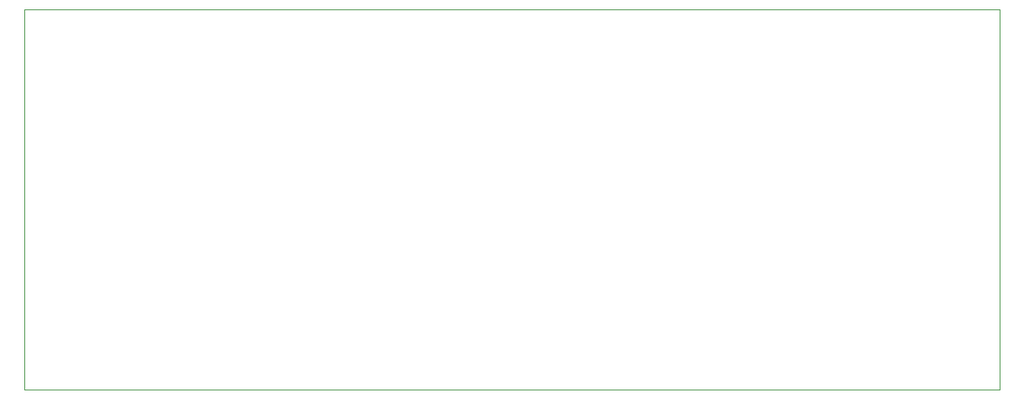
<source format=gbr>
%TF.GenerationSoftware,KiCad,Pcbnew,9.0.0*%
%TF.CreationDate,2025-05-08T09:04:40-05:00*%
%TF.ProjectId,driver-board,64726976-6572-42d6-926f-6172642e6b69,rev?*%
%TF.SameCoordinates,Original*%
%TF.FileFunction,Profile,NP*%
%FSLAX46Y46*%
G04 Gerber Fmt 4.6, Leading zero omitted, Abs format (unit mm)*
G04 Created by KiCad (PCBNEW 9.0.0) date 2025-05-08 09:04:40*
%MOMM*%
%LPD*%
G01*
G04 APERTURE LIST*
%TA.AperFunction,Profile*%
%ADD10C,0.050000*%
%TD*%
G04 APERTURE END LIST*
D10*
X63250000Y-81500000D02*
X168350000Y-81500000D01*
X168350000Y-122500000D01*
X63250000Y-122500000D01*
X63250000Y-81500000D01*
M02*

</source>
